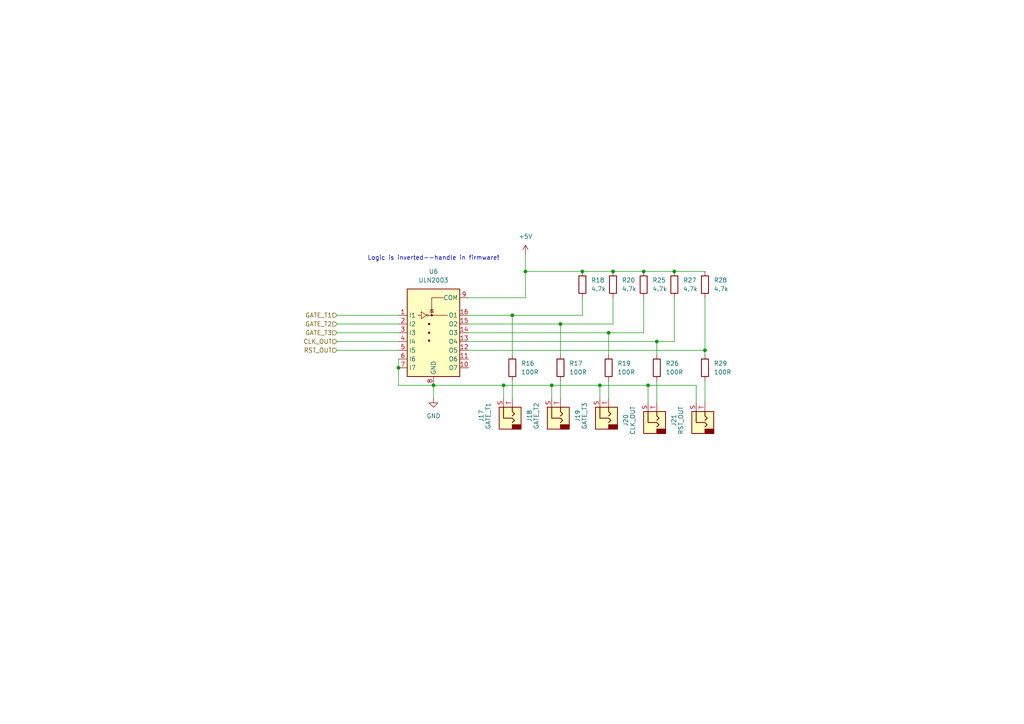
<source format=kicad_sch>
(kicad_sch (version 20250114) (generator "eeschema") (generator_version "9.0")
  (paper "A4")
  (title_block (title "SENGBARD - Gate Outputs") (date "2025-01-26") (rev "0.1") (comment 1 "5 Gate/Trigger Outputs") (comment 2 "Track 1-3 Gates, Clock Out, Reset Out"))
  (lib_symbols
    (symbol "Connector:AudioJack2"
      (property "Reference" "J" (at 0 8.89 0))
      (property "Value" "AudioJack2" (at 0 6.35 0))
      (symbol "AudioJack2_0_1"
        (rectangle (start -3.81 0) (end -2.54 -2.54) (stroke (width 0.254)) (fill (type outline)))
        (polyline (pts (xy 0 0) (xy 0.635 -0.635) (xy 1.27 0) (xy 2.54 0)) (stroke (width 0.254)))
        (rectangle (start 2.54 3.81) (end -3.81 -2.54) (stroke (width 0.254)) (fill (type background)))
        (polyline (pts (xy 2.54 2.54) (xy -0.635 2.54) (xy -0.635 0) (xy -1.27 -0.635) (xy -1.905 0)) (stroke (width 0.254)))
      )
      (symbol "AudioJack2_1_1"
        (pin passive line (at 5.08 2.54 180) (length 2.54) (name "~") (number "S"))
        (pin passive line (at 5.08 0 180) (length 2.54) (name "~") (number "T"))
      )
    )
    (symbol "Device:R" (pin_numbers (hide yes)) (pin_names (offset 0))
      (property "Reference" "R" (at 2.032 0 90))
      (property "Value" "R" (at 0 0 90))
      (symbol "R_0_1"
        (rectangle (start -1.016 -2.54) (end 1.016 2.54) (stroke (width 0.254)))
      )
      (symbol "R_1_1"
        (pin passive line (at 0 3.81 270) (length 1.27) (name "~") (number "1"))
        (pin passive line (at 0 -3.81 90) (length 1.27) (name "~") (number "2"))
      )
    )
    (symbol "GND_1" (power) (pin_numbers (hide yes)) (pin_names (offset 0) (hide yes))
      (property "Value" "GND" (at 0 -3.81 0))
      (symbol "GND_1_0_1"
        (polyline (pts (xy 0 0) (xy 0 -1.27) (xy 1.27 -1.27) (xy 0 -2.54) (xy -1.27 -1.27) (xy 0 -1.27)))
      )
      (symbol "GND_1_1_1"
        (pin power_in line (at 0 0 270) (length 0) (name "~") (number "1"))
      )
    )
    (symbol "Transistor_Array:ULN2003"
      (property "Reference" "U" (at 0 15.875 0))
      (property "Value" "ULN2003" (at 0 13.97 0))
      (symbol "ULN2003_0_1"
        (rectangle (start -7.62 -12.7) (end 7.62 12.7) (stroke (width 0.254)) (fill (type background)))
        (polyline (pts (xy -4.572 5.08) (xy -3.556 5.08)))
        (polyline (pts (xy -3.556 6.096) (xy -3.556 4.064) (xy -2.032 5.08) (xy -3.556 6.096)))
        (circle (center -1.778 5.08) (radius 0.254))
        (polyline (pts (xy -1.524 5.08) (xy 4.064 5.08)))
        (circle (center -1.27 2.54) (radius 0.254) (fill (type outline)))
        (circle (center -1.27 0) (radius 0.254) (fill (type outline)))
        (circle (center -1.27 -2.286) (radius 0.254) (fill (type outline)))
        (circle (center -0.508 5.08) (radius 0.254) (fill (type outline)))
        (polyline (pts (xy -0.508 5.08) (xy -0.508 10.16) (xy 2.921 10.16)))
        (polyline (pts (xy 0 6.731) (xy -1.016 6.731)))
        (polyline (pts (xy 0 5.969) (xy -1.016 5.969) (xy -0.508 6.731) (xy 0 5.969)))
      )
      (symbol "ULN2003_1_1"
        (pin input line (at -10.16 5.08 0) (length 2.54) (name "I1") (number "1"))
        (pin input line (at -10.16 2.54 0) (length 2.54) (name "I2") (number "2"))
        (pin input line (at -10.16 0 0) (length 2.54) (name "I3") (number "3"))
        (pin input line (at -10.16 -2.54 0) (length 2.54) (name "I4") (number "4"))
        (pin input line (at -10.16 -5.08 0) (length 2.54) (name "I5") (number "5"))
        (pin input line (at -10.16 -7.62 0) (length 2.54) (name "I6") (number "6"))
        (pin input line (at -10.16 -10.16 0) (length 2.54) (name "I7") (number "7"))
        (pin power_in line (at 0 -15.24 90) (length 2.54) (name "GND") (number "8"))
        (pin passive line (at 10.16 10.16 180) (length 2.54) (name "COM") (number "9"))
        (pin open_collector line (at 10.16 5.08 180) (length 2.54) (name "O1") (number "16"))
        (pin open_collector line (at 10.16 2.54 180) (length 2.54) (name "O2") (number "15"))
        (pin open_collector line (at 10.16 0 180) (length 2.54) (name "O3") (number "14"))
        (pin open_collector line (at 10.16 -2.54 180) (length 2.54) (name "O4") (number "13"))
        (pin open_collector line (at 10.16 -5.08 180) (length 2.54) (name "O5") (number "12"))
        (pin open_collector line (at 10.16 -7.62 180) (length 2.54) (name "O6") (number "11"))
        (pin open_collector line (at 10.16 -10.16 180) (length 2.54) (name "O7") (number "10"))
      )
    )
    (symbol "power:+5V" (power) (pin_numbers (hide yes)) (pin_names (offset 0) (hide yes))
      (property "Value" "+5V" (at 0 3.556 0))
      (symbol "+5V_0_1"
        (polyline (pts (xy -0.762 1.27) (xy 0 2.54)))
        (polyline (pts (xy 0 2.54) (xy 0.762 1.27)))
        (polyline (pts (xy 0 0) (xy 0 2.54)))
      )
      (symbol "+5V_1_1"
        (pin power_in line (at 0 0 90) (length 0) (name "~") (number "1"))
      )
    )
  )
  (text "Logic is inverted--handle in firmware!" (at 125.73 74.93 0) (effects (font (size 1.27 1.27))))
  (junction (at 125.73 111.76))
  (junction (at 187.96 111.76))
  (junction (at 146.05 111.76))
  (junction (at 173.99 111.76))
  (junction (at 160.02 111.76))
  (junction (at 148.59 91.44))
  (junction (at 115.57 106.68))
  (junction (at 190.5 99.06))
  (junction (at 177.8 78.74))
  (junction (at 195.58 78.74))
  (junction (at 204.47 101.6))
  (junction (at 168.91 78.74))
  (junction (at 176.53 96.52))
  (junction (at 152.4 78.74))
  (junction (at 186.69 78.74))
  (junction (at 162.56 93.98))
  (wire (pts (xy 173.99 115.57) (xy 173.99 111.76)))
  (wire (pts (xy 162.56 102.87) (xy 162.56 93.98)))
  (wire (pts (xy 160.02 115.57) (xy 160.02 111.76)))
  (wire (pts (xy 146.05 115.57) (xy 146.05 111.76)))
  (wire (pts (xy 148.59 115.57) (xy 148.59 110.49)))
  (wire (pts (xy 204.47 86.36) (xy 204.47 101.6)))
  (wire (pts (xy 177.8 78.74) (xy 168.91 78.74)))
  (wire (pts (xy 195.58 99.06) (xy 190.5 99.06)))
  (wire (pts (xy 97.79 93.98) (xy 115.57 93.98)))
  (wire (pts (xy 97.79 91.44) (xy 115.57 91.44)))
  (wire (pts (xy 152.4 78.74) (xy 152.4 86.36)))
  (wire (pts (xy 97.79 96.52) (xy 115.57 96.52)))
  (wire (pts (xy 148.59 91.44) (xy 135.89 91.44)))
  (wire (pts (xy 176.53 115.57) (xy 176.53 110.49)))
  (wire (pts (xy 146.05 111.76) (xy 125.73 111.76)))
  (wire (pts (xy 168.91 86.36) (xy 168.91 91.44)))
  (wire (pts (xy 97.79 99.06) (xy 115.57 99.06)))
  (wire (pts (xy 125.73 111.76) (xy 125.73 115.57)))
  (wire (pts (xy 176.53 102.87) (xy 176.53 96.52)))
  (wire (pts (xy 162.56 115.57) (xy 162.56 110.49)))
  (wire (pts (xy 152.4 73.66) (xy 152.4 78.74)))
  (wire (pts (xy 177.8 86.36) (xy 177.8 93.98)))
  (wire (pts (xy 168.91 91.44) (xy 148.59 91.44)))
  (wire (pts (xy 190.5 102.87) (xy 190.5 99.06)))
  (wire (pts (xy 168.91 78.74) (xy 152.4 78.74)))
  (wire (pts (xy 115.57 104.14) (xy 115.57 106.68)))
  (wire (pts (xy 148.59 102.87) (xy 148.59 91.44)))
  (wire (pts (xy 186.69 86.36) (xy 186.69 96.52)))
  (wire (pts (xy 195.58 86.36) (xy 195.58 99.06)))
  (wire (pts (xy 204.47 78.74) (xy 195.58 78.74)))
  (wire (pts (xy 186.69 78.74) (xy 177.8 78.74)))
  (wire (pts (xy 152.4 86.36) (xy 135.89 86.36)))
  (wire (pts (xy 160.02 111.76) (xy 146.05 111.76)))
  (wire (pts (xy 190.5 116.84) (xy 190.5 110.49)))
  (wire (pts (xy 204.47 110.49) (xy 204.47 116.84)))
  (wire (pts (xy 177.8 93.98) (xy 162.56 93.98)))
  (wire (pts (xy 173.99 111.76) (xy 160.02 111.76)))
  (wire (pts (xy 187.96 116.84) (xy 187.96 111.76)))
  (wire (pts (xy 173.99 111.76) (xy 187.96 111.76)))
  (wire (pts (xy 201.93 116.84) (xy 201.93 111.76)))
  (wire (pts (xy 115.57 106.68) (xy 115.57 111.76)))
  (wire (pts (xy 176.53 96.52) (xy 135.89 96.52)))
  (wire (pts (xy 115.57 111.76) (xy 125.73 111.76)))
  (wire (pts (xy 97.79 101.6) (xy 115.57 101.6)))
  (wire (pts (xy 204.47 101.6) (xy 204.47 102.87)))
  (wire (pts (xy 190.5 99.06) (xy 135.89 99.06)))
  (wire (pts (xy 187.96 111.76) (xy 201.93 111.76)))
  (wire (pts (xy 195.58 78.74) (xy 186.69 78.74)))
  (wire (pts (xy 135.89 101.6) (xy 204.47 101.6)))
  (wire (pts (xy 162.56 93.98) (xy 135.89 93.98)))
  (wire (pts (xy 186.69 96.52) (xy 176.53 96.52)))
  (hierarchical_label "GATE_T2" (shape input) (at 97.79 93.98 180))
  (hierarchical_label "CLK_OUT" (shape input) (at 97.79 99.06 180))
  (hierarchical_label "RST_OUT" (shape input) (at 97.79 101.6 180))
  (hierarchical_label "GATE_T3" (shape input) (at 97.79 96.52 180))
  (hierarchical_label "GATE_T1" (shape input) (at 97.79 91.44 180))
  (symbol (lib_id "Connector:AudioJack2") (at 190.5 121.92 90) (unit 1)
    (property "Reference" "J20" (at 181.5 121.92 0))
    (property "Value" "CLK_OUT" (at 183.5 121.92 0))
    (property "Footprint" "Connector_Audio:Jack_3.5mm_QingPu_WQP-PJ398SM_Vertical_CircularHoles" (effects (hide yes)))
    (property "Description" "Clock Output Jack" (effects (hide yes)))
  )
  (symbol (lib_id "Device:R") (at 176.53 106.68 0) (unit 1)
    (property "Reference" "R19" (at 179.07 105.4099 0) (effects (justify left)))
    (property "Value" "100R" (at 179.07 107.9499 0) (effects (justify left)))
    (property "Description" "Resistor" (effects (hide yes)))
  )
  (symbol (lib_id "Connector:AudioJack2") (at 204.47 121.92 90) (unit 1)
    (property "Reference" "J21" (at 195.47 121.92 0))
    (property "Value" "RST_OUT" (at 197.47 121.92 0))
    (property "Footprint" "Connector_Audio:Jack_3.5mm_QingPu_WQP-PJ398SM_Vertical_CircularHoles" (effects (hide yes)))
    (property "Description" "Reset Output Jack" (effects (hide yes)))
  )
  (symbol (lib_id "Connector:AudioJack2") (at 148.59 120.65 90) (unit 1)
    (property "Reference" "J17" (at 139.59 120.65 0))
    (property "Value" "GATE_T1" (at 141.59 120.65 0))
    (property "Footprint" "Connector_Audio:Jack_3.5mm_QingPu_WQP-PJ398SM_Vertical_CircularHoles" (effects (hide yes)))
    (property "Description" "Track 1 Gate Output Jack" (effects (hide yes)))
  )
  (symbol (lib_id "Device:R") (at 186.69 82.55 180) (unit 1)
    (property "Reference" "R25" (at 189.23 81.2799 0) (effects (justify right)))
    (property "Value" "4.7k" (at 189.23 83.8199 0) (effects (justify right)))
    (property "Description" "Resistor" (effects (hide yes)))
  )
  (symbol (lib_id "Device:R") (at 168.91 82.55 180) (unit 1)
    (property "Reference" "R18" (at 171.45 81.2799 0) (effects (justify right)))
    (property "Value" "4.7k" (at 171.45 83.8199 0) (effects (justify right)))
    (property "Description" "Resistor" (effects (hide yes)))
  )
  (symbol (lib_id "Device:R") (at 162.56 106.68 0) (unit 1)
    (property "Reference" "R17" (at 165.1 105.4099 0) (effects (justify left)))
    (property "Value" "100R" (at 165.1 107.9499 0) (effects (justify left)))
    (property "Description" "Resistor" (effects (hide yes)))
  )
  (symbol (lib_id "Device:R") (at 190.5 106.68 0) (unit 1)
    (property "Reference" "R26" (at 193.04 105.4099 0) (effects (justify left)))
    (property "Value" "100R" (at 193.04 107.9499 0) (effects (justify left)))
    (property "Description" "Resistor" (effects (hide yes)))
  )
  (symbol (lib_id "Transistor_Array:ULN2003") (at 125.73 96.52 0) (unit 1)
    (property "Reference" "U6" (at 125.73 78.74 0))
    (property "Value" "ULN2003" (at 125.73 81.28 0))
    (property "Datasheet" "http://www.ti.com/lit/ds/symlink/uln2003a.pdf" (effects (hide yes)))
    (property "Description" "High Voltage, High Current Darlington Transistor Arrays, SOIC16/SOIC16W/DIP16/TSSOP16" (effects (hide yes)))
  )
  (symbol (lib_id "power:+5V") (at 152.4 73.66 0) (unit 1)
    (property "Reference" "#PWR020" (effects (hide yes)))
    (property "Value" "+5V" (at 152.4 68.58 0))
    (property "Description" "Power symbol creates a global label with name \"+5V\"" (effects (hide yes)))
  )
  (symbol (lib_id "Device:R") (at 204.47 82.55 180) (unit 1)
    (property "Reference" "R28" (at 207.01 81.2799 0) (effects (justify right)))
    (property "Value" "4.7k" (at 207.01 83.8199 0) (effects (justify right)))
    (property "Description" "Resistor" (effects (hide yes)))
  )
  (symbol (lib_id "Device:R") (at 195.58 82.55 180) (unit 1)
    (property "Reference" "R27" (at 198.12 81.2799 0) (effects (justify right)))
    (property "Value" "4.7k" (at 198.12 83.8199 0) (effects (justify right)))
    (property "Description" "Resistor" (effects (hide yes)))
  )
  (symbol (lib_id "Connector:AudioJack2") (at 162.56 120.65 90) (unit 1)
    (property "Reference" "J18" (at 153.56 120.65 0))
    (property "Value" "GATE_T2" (at 155.56 120.65 0))
    (property "Footprint" "Connector_Audio:Jack_3.5mm_QingPu_WQP-PJ398SM_Vertical_CircularHoles" (effects (hide yes)))
    (property "Description" "Track 2 Gate Output Jack" (effects (hide yes)))
  )
  (symbol (lib_id "Device:R") (at 177.8 82.55 180) (unit 1)
    (property "Reference" "R20" (at 180.34 81.2799 0) (effects (justify right)))
    (property "Value" "4.7k" (at 180.34 83.8199 0) (effects (justify right)))
    (property "Description" "Resistor" (effects (hide yes)))
  )
  (symbol (lib_name "GND_1") (lib_id "power:GND") (at 125.73 115.57 0) (unit 1)
    (property "Reference" "#PWR019" (effects (hide yes)))
    (property "Value" "GND" (at 125.73 120.65 0))
    (property "Description" "Power symbol creates a global label with name \"GND\" , ground" (effects (hide yes)))
  )
  (symbol (lib_id "Device:R") (at 148.59 106.68 0) (unit 1)
    (property "Reference" "R16" (at 151.13 105.4099 0) (effects (justify left)))
    (property "Value" "100R" (at 151.13 107.9499 0) (effects (justify left)))
    (property "Description" "Resistor" (effects (hide yes)))
  )
  (symbol (lib_id "Connector:AudioJack2") (at 176.53 120.65 90) (unit 1)
    (property "Reference" "J19" (at 167.53 120.65 0))
    (property "Value" "GATE_T3" (at 169.53 120.65 0))
    (property "Footprint" "Connector_Audio:Jack_3.5mm_QingPu_WQP-PJ398SM_Vertical_CircularHoles" (effects (hide yes)))
    (property "Description" "Track 3 Gate Output Jack" (effects (hide yes)))
  )
  (symbol (lib_id "Device:R") (at 204.47 106.68 0) (unit 1)
    (property "Reference" "R29" (at 207.01 105.4099 0) (effects (justify left)))
    (property "Value" "100R" (at 207.01 107.9499 0) (effects (justify left)))
    (property "Description" "Resistor" (effects (hide yes)))
  )
)
</source>
